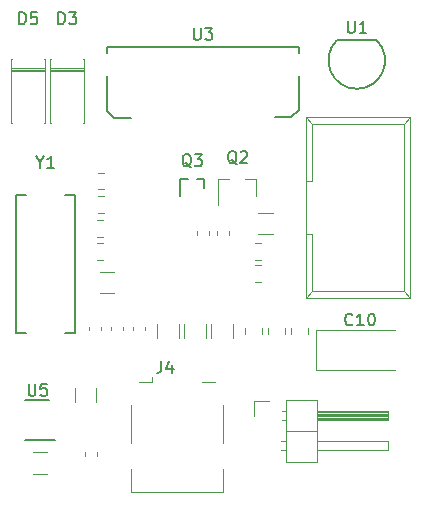
<source format=gto>
G04 #@! TF.GenerationSoftware,KiCad,Pcbnew,5.0.2*
G04 #@! TF.CreationDate,2019-02-05T18:00:36+01:00*
G04 #@! TF.ProjectId,xling,786c696e-672e-46b6-9963-61645f706362,0.2.5*
G04 #@! TF.SameCoordinates,Original*
G04 #@! TF.FileFunction,Legend,Top*
G04 #@! TF.FilePolarity,Positive*
%FSLAX46Y46*%
G04 Gerber Fmt 4.6, Leading zero omitted, Abs format (unit mm)*
G04 Created by KiCad (PCBNEW 5.0.2) date Tue Feb  5 18:00:36 2019*
%MOMM*%
%LPD*%
G01*
G04 APERTURE LIST*
%ADD10C,0.150000*%
%ADD11C,0.120000*%
%ADD12C,0.100000*%
G04 APERTURE END LIST*
D10*
G04 #@! TO.C,U3*
X132200000Y-92700000D02*
X133600000Y-92700000D01*
X131600000Y-92100000D02*
X132200000Y-92700000D01*
X131600000Y-89100000D02*
X131600000Y-92100000D01*
X147200000Y-92600000D02*
X145800000Y-92600000D01*
X147800000Y-92000000D02*
X147200000Y-92600000D01*
X147800000Y-89100000D02*
X147800000Y-92000000D01*
X131600000Y-87200000D02*
X131600000Y-86700000D01*
X147800000Y-86700000D02*
X131600000Y-86700000D01*
X147800000Y-87200000D02*
X147800000Y-86700000D01*
D11*
G04 #@! TO.C,J4*
X141410000Y-124360000D02*
X133590000Y-124360000D01*
X135390000Y-115040000D02*
X135390000Y-114610000D01*
X141410000Y-124360000D02*
X141410000Y-122410000D01*
X141410000Y-120190000D02*
X141410000Y-116960000D01*
X139610000Y-115040000D02*
X140690000Y-115040000D01*
X134310000Y-115040000D02*
X135390000Y-115040000D01*
X133590000Y-120190000D02*
X133590000Y-116960000D01*
X133590000Y-124360000D02*
X133590000Y-122410000D01*
D10*
G04 #@! TO.C,Q3*
X139800000Y-97800000D02*
X139800000Y-98600000D01*
X137800000Y-97800000D02*
X137800000Y-99300000D01*
X139200000Y-97800000D02*
X139800000Y-97800000D01*
X138400000Y-97800000D02*
X137800000Y-97800000D01*
G04 #@! TO.C,Y1*
X128879360Y-99210380D02*
X128031000Y-99210380D01*
X123880640Y-99210380D02*
X124729000Y-99210380D01*
X128879360Y-110909620D02*
X128031000Y-110909620D01*
X123880640Y-110909620D02*
X124729000Y-110909620D01*
X128879360Y-110909620D02*
X128879360Y-99210380D01*
X123880640Y-99210380D02*
X123880640Y-110909620D01*
D12*
G04 #@! TO.C,J5*
X148405000Y-92610000D02*
X148955000Y-93170000D01*
X148405000Y-107890000D02*
X148955000Y-107350000D01*
X157255000Y-92610000D02*
X156705000Y-93170000D01*
X157255000Y-107890000D02*
X156705000Y-107350000D01*
X156705000Y-93170000D02*
X148955000Y-93170000D01*
X157255000Y-92610000D02*
X148405000Y-92610000D01*
X156705000Y-107350000D02*
X148955000Y-107350000D01*
X157255000Y-107890000D02*
X148405000Y-107890000D01*
X148955000Y-98000000D02*
X148405000Y-98000000D01*
X148955000Y-102500000D02*
X148405000Y-102500000D01*
X148955000Y-98000000D02*
X148955000Y-93170000D01*
X148955000Y-107350000D02*
X148955000Y-102500000D01*
X148405000Y-107890000D02*
X148405000Y-92610000D01*
X156705000Y-107350000D02*
X156705000Y-93170000D01*
X157255000Y-107890000D02*
X157255000Y-92610000D01*
D10*
G04 #@! TO.C,U5*
X124660000Y-116510000D02*
X126660000Y-116510000D01*
X124660000Y-119910000D02*
X127160000Y-119910000D01*
G04 #@! TO.C,U1*
X151032944Y-86102944D02*
G75*
G03X152730000Y-90200000I1697056J-1697056D01*
G01*
X154427056Y-86102944D02*
G75*
G02X152730000Y-90200000I-1697056J-1697056D01*
G01*
X154430000Y-86100000D02*
X151030000Y-86100000D01*
D11*
G04 #@! TO.C,C3*
X130660000Y-116752064D02*
X130660000Y-115547936D01*
X128840000Y-116752064D02*
X128840000Y-115547936D01*
G04 #@! TO.C,C7*
X131258578Y-102710000D02*
X130741422Y-102710000D01*
X131258578Y-101290000D02*
X130741422Y-101290000D01*
G04 #@! TO.C,C8*
X131258578Y-104710000D02*
X130741422Y-104710000D01*
X131258578Y-103290000D02*
X130741422Y-103290000D01*
G04 #@! TO.C,C9*
X144658578Y-103240000D02*
X144141422Y-103240000D01*
X144658578Y-104660000D02*
X144141422Y-104660000D01*
G04 #@! TO.C,C10*
X149240000Y-114040000D02*
X156000000Y-114040000D01*
X149240000Y-110620000D02*
X149240000Y-114040000D01*
X156000000Y-110620000D02*
X149240000Y-110620000D01*
G04 #@! TO.C,C13*
X131306578Y-100710000D02*
X130789422Y-100710000D01*
X131306578Y-99290000D02*
X130789422Y-99290000D01*
G04 #@! TO.C,C15*
X131322578Y-97290000D02*
X130805422Y-97290000D01*
X131322578Y-98710000D02*
X130805422Y-98710000D01*
G04 #@! TO.C,C18*
X143258000Y-110451422D02*
X143258000Y-110968578D01*
X144678000Y-110451422D02*
X144678000Y-110968578D01*
G04 #@! TO.C,C19*
X146610000Y-110451422D02*
X146610000Y-110968578D01*
X145190000Y-110451422D02*
X145190000Y-110968578D01*
G04 #@! TO.C,C20*
X147140000Y-110451422D02*
X147140000Y-110968578D01*
X148560000Y-110451422D02*
X148560000Y-110968578D01*
G04 #@! TO.C,D3*
X129540000Y-87690000D02*
X129670000Y-87690000D01*
X129670000Y-87690000D02*
X129670000Y-93130000D01*
X129670000Y-93130000D02*
X129540000Y-93130000D01*
X126860000Y-87690000D02*
X126730000Y-87690000D01*
X126730000Y-87690000D02*
X126730000Y-93130000D01*
X126730000Y-93130000D02*
X126860000Y-93130000D01*
X129670000Y-88590000D02*
X126730000Y-88590000D01*
X129670000Y-88710000D02*
X126730000Y-88710000D01*
X129670000Y-88470000D02*
X126730000Y-88470000D01*
G04 #@! TO.C,D5*
X126370000Y-88470000D02*
X123430000Y-88470000D01*
X126370000Y-88710000D02*
X123430000Y-88710000D01*
X126370000Y-88590000D02*
X123430000Y-88590000D01*
X123430000Y-93130000D02*
X123560000Y-93130000D01*
X123430000Y-87690000D02*
X123430000Y-93130000D01*
X123560000Y-87690000D02*
X123430000Y-87690000D01*
X126370000Y-93130000D02*
X126240000Y-93130000D01*
X126370000Y-87690000D02*
X126370000Y-93130000D01*
X126240000Y-87690000D02*
X126370000Y-87690000D01*
G04 #@! TO.C,J6*
X144030000Y-116630000D02*
X145300000Y-116630000D01*
X144030000Y-117900000D02*
X144030000Y-116630000D01*
X146342929Y-120820000D02*
X146740000Y-120820000D01*
X146342929Y-120060000D02*
X146740000Y-120060000D01*
X155400000Y-120820000D02*
X149400000Y-120820000D01*
X155400000Y-120060000D02*
X155400000Y-120820000D01*
X149400000Y-120060000D02*
X155400000Y-120060000D01*
X146740000Y-119170000D02*
X149400000Y-119170000D01*
X146410000Y-118280000D02*
X146740000Y-118280000D01*
X146410000Y-117520000D02*
X146740000Y-117520000D01*
X149400000Y-118180000D02*
X155400000Y-118180000D01*
X149400000Y-118060000D02*
X155400000Y-118060000D01*
X149400000Y-117940000D02*
X155400000Y-117940000D01*
X149400000Y-117820000D02*
X155400000Y-117820000D01*
X149400000Y-117700000D02*
X155400000Y-117700000D01*
X149400000Y-117580000D02*
X155400000Y-117580000D01*
X155400000Y-118280000D02*
X149400000Y-118280000D01*
X155400000Y-117520000D02*
X155400000Y-118280000D01*
X149400000Y-117520000D02*
X155400000Y-117520000D01*
X149400000Y-116570000D02*
X146740000Y-116570000D01*
X149400000Y-121770000D02*
X149400000Y-116570000D01*
X146740000Y-121770000D02*
X149400000Y-121770000D01*
X146740000Y-116570000D02*
X146740000Y-121770000D01*
G04 #@! TO.C,Q2*
X144180000Y-97840000D02*
X143250000Y-97840000D01*
X141020000Y-97840000D02*
X141950000Y-97840000D01*
X141020000Y-97840000D02*
X141020000Y-100000000D01*
X144180000Y-97840000D02*
X144180000Y-99300000D01*
G04 #@! TO.C,R3*
X129690000Y-120967221D02*
X129690000Y-121292779D01*
X130710000Y-120967221D02*
X130710000Y-121292779D01*
G04 #@! TO.C,R5*
X144397936Y-100690000D02*
X145602064Y-100690000D01*
X144397936Y-102510000D02*
X145602064Y-102510000D01*
G04 #@! TO.C,R8*
X141910000Y-102215221D02*
X141910000Y-102540779D01*
X140890000Y-102215221D02*
X140890000Y-102540779D01*
G04 #@! TO.C,R9*
X139190000Y-102215221D02*
X139190000Y-102540779D01*
X140210000Y-102215221D02*
X140210000Y-102540779D01*
G04 #@! TO.C,R10*
X132202064Y-105690000D02*
X130997936Y-105690000D01*
X132202064Y-107510000D02*
X130997936Y-107510000D01*
G04 #@! TO.C,R12*
X144620578Y-106578000D02*
X144103422Y-106578000D01*
X144620578Y-105158000D02*
X144103422Y-105158000D01*
G04 #@! TO.C,R13*
X125297936Y-122810000D02*
X126502064Y-122810000D01*
X125297936Y-120990000D02*
X126502064Y-120990000D01*
G04 #@! TO.C,R14*
X131060000Y-110337221D02*
X131060000Y-110662779D01*
X130040000Y-110337221D02*
X130040000Y-110662779D01*
G04 #@! TO.C,R15*
X131940000Y-110337221D02*
X131940000Y-110662779D01*
X132960000Y-110337221D02*
X132960000Y-110662779D01*
G04 #@! TO.C,R16*
X134810000Y-110337221D02*
X134810000Y-110662779D01*
X133790000Y-110337221D02*
X133790000Y-110662779D01*
G04 #@! TO.C,R17*
X142236000Y-110107936D02*
X142236000Y-111312064D01*
X140416000Y-110107936D02*
X140416000Y-111312064D01*
G04 #@! TO.C,R18*
X139950000Y-110107936D02*
X139950000Y-111312064D01*
X138130000Y-110107936D02*
X138130000Y-111312064D01*
G04 #@! TO.C,R19*
X137664000Y-110107936D02*
X137664000Y-111312064D01*
X135844000Y-110107936D02*
X135844000Y-111312064D01*
G04 #@! TO.C,U3*
D10*
X138938095Y-85050380D02*
X138938095Y-85859904D01*
X138985714Y-85955142D01*
X139033333Y-86002761D01*
X139128571Y-86050380D01*
X139319047Y-86050380D01*
X139414285Y-86002761D01*
X139461904Y-85955142D01*
X139509523Y-85859904D01*
X139509523Y-85050380D01*
X139890476Y-85050380D02*
X140509523Y-85050380D01*
X140176190Y-85431333D01*
X140319047Y-85431333D01*
X140414285Y-85478952D01*
X140461904Y-85526571D01*
X140509523Y-85621809D01*
X140509523Y-85859904D01*
X140461904Y-85955142D01*
X140414285Y-86002761D01*
X140319047Y-86050380D01*
X140033333Y-86050380D01*
X139938095Y-86002761D01*
X139890476Y-85955142D01*
G04 #@! TO.C,J4*
X136176666Y-113262380D02*
X136176666Y-113976666D01*
X136129047Y-114119523D01*
X136033809Y-114214761D01*
X135890952Y-114262380D01*
X135795714Y-114262380D01*
X137081428Y-113595714D02*
X137081428Y-114262380D01*
X136843333Y-113214761D02*
X136605238Y-113929047D01*
X137224285Y-113929047D01*
G04 #@! TO.C,Q3*
X138704761Y-96847619D02*
X138609523Y-96800000D01*
X138514285Y-96704761D01*
X138371428Y-96561904D01*
X138276190Y-96514285D01*
X138180952Y-96514285D01*
X138228571Y-96752380D02*
X138133333Y-96704761D01*
X138038095Y-96609523D01*
X137990476Y-96419047D01*
X137990476Y-96085714D01*
X138038095Y-95895238D01*
X138133333Y-95800000D01*
X138228571Y-95752380D01*
X138419047Y-95752380D01*
X138514285Y-95800000D01*
X138609523Y-95895238D01*
X138657142Y-96085714D01*
X138657142Y-96419047D01*
X138609523Y-96609523D01*
X138514285Y-96704761D01*
X138419047Y-96752380D01*
X138228571Y-96752380D01*
X138990476Y-95752380D02*
X139609523Y-95752380D01*
X139276190Y-96133333D01*
X139419047Y-96133333D01*
X139514285Y-96180952D01*
X139561904Y-96228571D01*
X139609523Y-96323809D01*
X139609523Y-96561904D01*
X139561904Y-96657142D01*
X139514285Y-96704761D01*
X139419047Y-96752380D01*
X139133333Y-96752380D01*
X139038095Y-96704761D01*
X138990476Y-96657142D01*
G04 #@! TO.C,Y1*
X125903809Y-96400190D02*
X125903809Y-96876380D01*
X125570476Y-95876380D02*
X125903809Y-96400190D01*
X126237142Y-95876380D01*
X127094285Y-96876380D02*
X126522857Y-96876380D01*
X126808571Y-96876380D02*
X126808571Y-95876380D01*
X126713333Y-96019238D01*
X126618095Y-96114476D01*
X126522857Y-96162095D01*
G04 #@! TO.C,U5*
X124938095Y-115182380D02*
X124938095Y-115991904D01*
X124985714Y-116087142D01*
X125033333Y-116134761D01*
X125128571Y-116182380D01*
X125319047Y-116182380D01*
X125414285Y-116134761D01*
X125461904Y-116087142D01*
X125509523Y-115991904D01*
X125509523Y-115182380D01*
X126461904Y-115182380D02*
X125985714Y-115182380D01*
X125938095Y-115658571D01*
X125985714Y-115610952D01*
X126080952Y-115563333D01*
X126319047Y-115563333D01*
X126414285Y-115610952D01*
X126461904Y-115658571D01*
X126509523Y-115753809D01*
X126509523Y-115991904D01*
X126461904Y-116087142D01*
X126414285Y-116134761D01*
X126319047Y-116182380D01*
X126080952Y-116182380D01*
X125985714Y-116134761D01*
X125938095Y-116087142D01*
G04 #@! TO.C,U1*
X151968095Y-84462380D02*
X151968095Y-85271904D01*
X152015714Y-85367142D01*
X152063333Y-85414761D01*
X152158571Y-85462380D01*
X152349047Y-85462380D01*
X152444285Y-85414761D01*
X152491904Y-85367142D01*
X152539523Y-85271904D01*
X152539523Y-84462380D01*
X153539523Y-85462380D02*
X152968095Y-85462380D01*
X153253809Y-85462380D02*
X153253809Y-84462380D01*
X153158571Y-84605238D01*
X153063333Y-84700476D01*
X152968095Y-84748095D01*
G04 #@! TO.C,C10*
X152357142Y-110137142D02*
X152309523Y-110184761D01*
X152166666Y-110232380D01*
X152071428Y-110232380D01*
X151928571Y-110184761D01*
X151833333Y-110089523D01*
X151785714Y-109994285D01*
X151738095Y-109803809D01*
X151738095Y-109660952D01*
X151785714Y-109470476D01*
X151833333Y-109375238D01*
X151928571Y-109280000D01*
X152071428Y-109232380D01*
X152166666Y-109232380D01*
X152309523Y-109280000D01*
X152357142Y-109327619D01*
X153309523Y-110232380D02*
X152738095Y-110232380D01*
X153023809Y-110232380D02*
X153023809Y-109232380D01*
X152928571Y-109375238D01*
X152833333Y-109470476D01*
X152738095Y-109518095D01*
X153928571Y-109232380D02*
X154023809Y-109232380D01*
X154119047Y-109280000D01*
X154166666Y-109327619D01*
X154214285Y-109422857D01*
X154261904Y-109613333D01*
X154261904Y-109851428D01*
X154214285Y-110041904D01*
X154166666Y-110137142D01*
X154119047Y-110184761D01*
X154023809Y-110232380D01*
X153928571Y-110232380D01*
X153833333Y-110184761D01*
X153785714Y-110137142D01*
X153738095Y-110041904D01*
X153690476Y-109851428D01*
X153690476Y-109613333D01*
X153738095Y-109422857D01*
X153785714Y-109327619D01*
X153833333Y-109280000D01*
X153928571Y-109232380D01*
G04 #@! TO.C,D3*
X127471904Y-84722380D02*
X127471904Y-83722380D01*
X127710000Y-83722380D01*
X127852857Y-83770000D01*
X127948095Y-83865238D01*
X127995714Y-83960476D01*
X128043333Y-84150952D01*
X128043333Y-84293809D01*
X127995714Y-84484285D01*
X127948095Y-84579523D01*
X127852857Y-84674761D01*
X127710000Y-84722380D01*
X127471904Y-84722380D01*
X128376666Y-83722380D02*
X128995714Y-83722380D01*
X128662380Y-84103333D01*
X128805238Y-84103333D01*
X128900476Y-84150952D01*
X128948095Y-84198571D01*
X128995714Y-84293809D01*
X128995714Y-84531904D01*
X128948095Y-84627142D01*
X128900476Y-84674761D01*
X128805238Y-84722380D01*
X128519523Y-84722380D01*
X128424285Y-84674761D01*
X128376666Y-84627142D01*
G04 #@! TO.C,D5*
X124161904Y-84722380D02*
X124161904Y-83722380D01*
X124400000Y-83722380D01*
X124542857Y-83770000D01*
X124638095Y-83865238D01*
X124685714Y-83960476D01*
X124733333Y-84150952D01*
X124733333Y-84293809D01*
X124685714Y-84484285D01*
X124638095Y-84579523D01*
X124542857Y-84674761D01*
X124400000Y-84722380D01*
X124161904Y-84722380D01*
X125638095Y-83722380D02*
X125161904Y-83722380D01*
X125114285Y-84198571D01*
X125161904Y-84150952D01*
X125257142Y-84103333D01*
X125495238Y-84103333D01*
X125590476Y-84150952D01*
X125638095Y-84198571D01*
X125685714Y-84293809D01*
X125685714Y-84531904D01*
X125638095Y-84627142D01*
X125590476Y-84674761D01*
X125495238Y-84722380D01*
X125257142Y-84722380D01*
X125161904Y-84674761D01*
X125114285Y-84627142D01*
G04 #@! TO.C,Q2*
X142570761Y-96591619D02*
X142475523Y-96544000D01*
X142380285Y-96448761D01*
X142237428Y-96305904D01*
X142142190Y-96258285D01*
X142046952Y-96258285D01*
X142094571Y-96496380D02*
X141999333Y-96448761D01*
X141904095Y-96353523D01*
X141856476Y-96163047D01*
X141856476Y-95829714D01*
X141904095Y-95639238D01*
X141999333Y-95544000D01*
X142094571Y-95496380D01*
X142285047Y-95496380D01*
X142380285Y-95544000D01*
X142475523Y-95639238D01*
X142523142Y-95829714D01*
X142523142Y-96163047D01*
X142475523Y-96353523D01*
X142380285Y-96448761D01*
X142285047Y-96496380D01*
X142094571Y-96496380D01*
X142904095Y-95591619D02*
X142951714Y-95544000D01*
X143046952Y-95496380D01*
X143285047Y-95496380D01*
X143380285Y-95544000D01*
X143427904Y-95591619D01*
X143475523Y-95686857D01*
X143475523Y-95782095D01*
X143427904Y-95924952D01*
X142856476Y-96496380D01*
X143475523Y-96496380D01*
G04 #@! TD*
M02*

</source>
